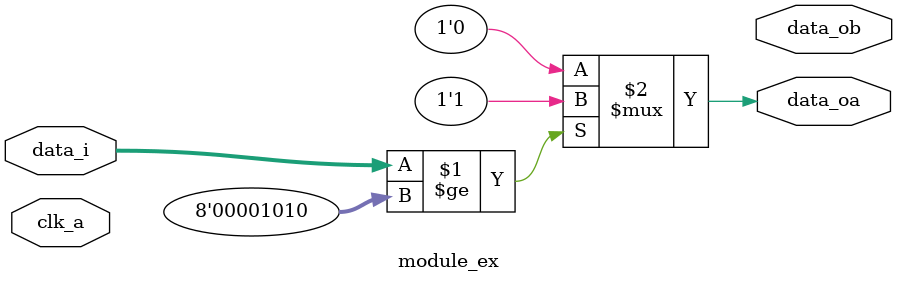
<source format=v>
module module_ex(
    input   wire             clk_a, // 模块声明时，输入变量必须是wire型
    input   wire   [7:0]     data_i,// 没有声明位宽的信号，是默认1bit位宽的信号
    output  wire             data_oa,
    output  wire             data_ob
);// 括号内是接口列表，声明模块输入输出变量的

// 比对符号： 两个变量的对比符号 ==   
// 组合逻辑实现当data_i等于1时，立即给data_oa赋值为1否则为0;(用 == 实现)

/*
assign data_oa = (data_i == 1'b1); // wire 变量必须用 = 阻塞赋值语句，赋值关键字是assign
// 4'b0001
assign data_ob = 1'b0;
*/
// 如果data_i 大于等于10，data_oa 赋值为1 ，否则data_i小于10时，data_oa赋值为0
assign data_oa = (data_i >= 8'd10) ? 1'b1 : 1'b0;



endmodule// 与module成对出现声明一个模块的开始和结束
</source>
